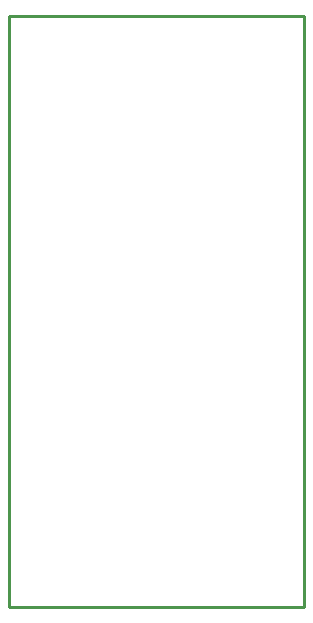
<source format=gko>
G04*
G04 #@! TF.GenerationSoftware,Altium Limited,Altium Designer,18.1.6 (161)*
G04*
G04 Layer_Color=16711935*
%FSTAX24Y24*%
%MOIN*%
G70*
G01*
G75*
%ADD17C,0.0100*%
D17*
X01Y01D02*
Y029685D01*
X019843D01*
Y01D02*
Y029685D01*
X01Y01D02*
X019843D01*
M02*

</source>
